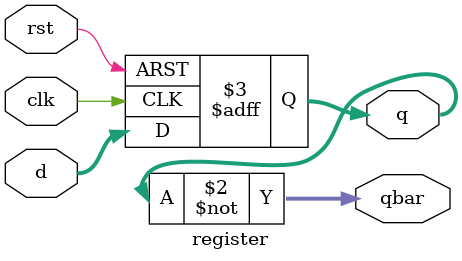
<source format=v>
module register #(parameter WIDTH=8)(input clk,rst,input [WIDTH-1:0]d,output reg [WIDTH-1:0]q,output [WIDTH-1:0]qbar);

always@(posedge clk or posedge rst)begin

if(rst)
q<=0;
else
q<=d;
end
assign qbar=~q;
endmodule

</source>
